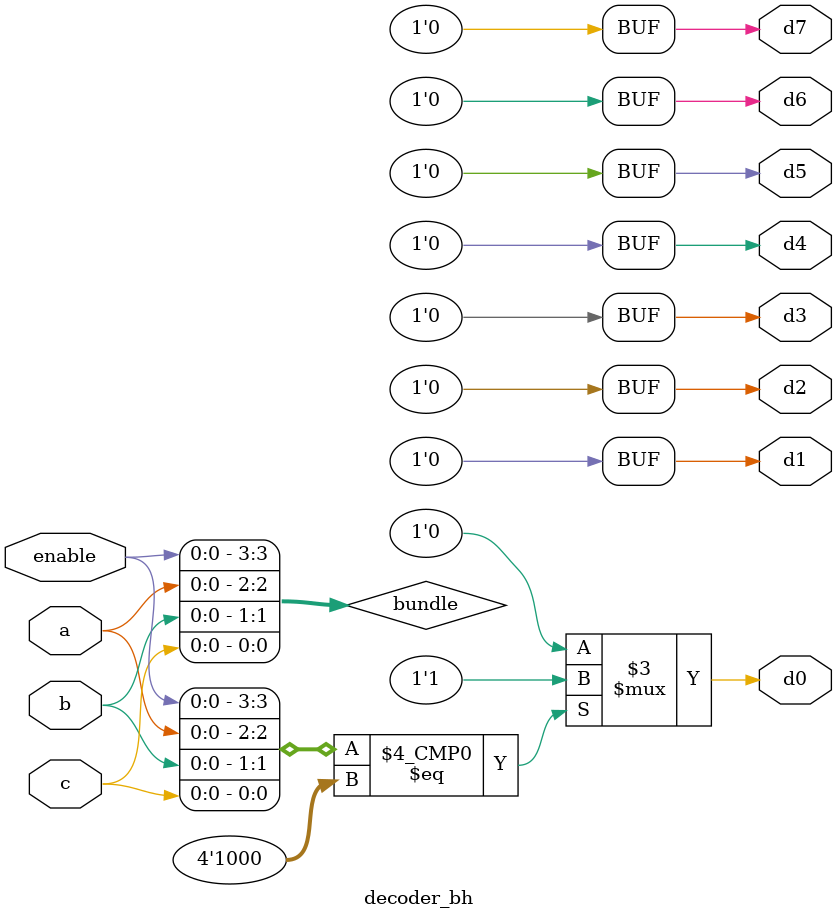
<source format=v>
`timescale 1ns / 1ps


module decoder_bh(

// I/0 ports 

 input wire enable , 
 input wire a , 
 input wire b , 
 input wire c , 
 output reg d0, 
 output reg d1, 
 output reg d2, 
 output reg d3, 
 output reg d4, 
 output reg d5, 
 output reg d6, 
 output reg d7 

 );

// Internal wire 
wire [3:0] bundle ; 
assign bundle = {enable , a, b, c } ; 

// Behavioral description 

always @(*) begin 
  
  d0 = 1'b0 ; 
  d1 = 1'b0 ; 
  d2 = 1'b0 ; 
  d3 = 1'b0 ;  
  d4 = 1'b0 ;  
  d5 = 1'b0 ;  
  d6 = 1'b0 ;  
  d7 = 1'b0 ;  

// Setting the correct output 

  case (bundle)
  
	  4'b1000: d0 = 1'b1 ; 

	  // more codes here 
	  
	  default : begin 
		d0 = 1'b0 ; 
	  end 
  
  endcase 

end    


endmodule

</source>
